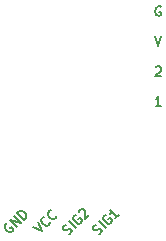
<source format=gto>
G04 #@! TF.GenerationSoftware,KiCad,Pcbnew,(6.0.5)*
G04 #@! TF.CreationDate,2022-09-09T15:45:55+09:00*
G04 #@! TF.ProjectId,UnitBase,556e6974-4261-4736-952e-6b696361645f,rev?*
G04 #@! TF.SameCoordinates,Original*
G04 #@! TF.FileFunction,Legend,Top*
G04 #@! TF.FilePolarity,Positive*
%FSLAX46Y46*%
G04 Gerber Fmt 4.6, Leading zero omitted, Abs format (unit mm)*
G04 Created by KiCad (PCBNEW (6.0.5)) date 2022-09-09 15:45:55*
%MOMM*%
%LPD*%
G01*
G04 APERTURE LIST*
%ADD10C,0.150000*%
G04 APERTURE END LIST*
D10*
X159594523Y-78340000D02*
X159518333Y-78301904D01*
X159404047Y-78301904D01*
X159289761Y-78340000D01*
X159213571Y-78416190D01*
X159175476Y-78492380D01*
X159137380Y-78644761D01*
X159137380Y-78759047D01*
X159175476Y-78911428D01*
X159213571Y-78987619D01*
X159289761Y-79063809D01*
X159404047Y-79101904D01*
X159480238Y-79101904D01*
X159594523Y-79063809D01*
X159632619Y-79025714D01*
X159632619Y-78759047D01*
X159480238Y-78759047D01*
X159118333Y-80841904D02*
X159385000Y-81641904D01*
X159651666Y-80841904D01*
X159156428Y-83458095D02*
X159194523Y-83420000D01*
X159270714Y-83381904D01*
X159461190Y-83381904D01*
X159537380Y-83420000D01*
X159575476Y-83458095D01*
X159613571Y-83534285D01*
X159613571Y-83610476D01*
X159575476Y-83724761D01*
X159118333Y-84181904D01*
X159613571Y-84181904D01*
X159613571Y-86721904D02*
X159156428Y-86721904D01*
X159385000Y-86721904D02*
X159385000Y-85921904D01*
X159308809Y-86036190D01*
X159232619Y-86112380D01*
X159156428Y-86150476D01*
X146606158Y-96668155D02*
X146525346Y-96695093D01*
X146444534Y-96775905D01*
X146390659Y-96883654D01*
X146390659Y-96991404D01*
X146417597Y-97072216D01*
X146498409Y-97206903D01*
X146579221Y-97287715D01*
X146713908Y-97368528D01*
X146794720Y-97395465D01*
X146902470Y-97395465D01*
X147010219Y-97341590D01*
X147064094Y-97287715D01*
X147117969Y-97179966D01*
X147117969Y-97126091D01*
X146929407Y-96937529D01*
X146821658Y-97045279D01*
X147414280Y-96937529D02*
X146848595Y-96371844D01*
X147737529Y-96614280D01*
X147171844Y-96048595D01*
X148006903Y-96344906D02*
X147441218Y-95779221D01*
X147575905Y-95644534D01*
X147683654Y-95590659D01*
X147791404Y-95590659D01*
X147872216Y-95617597D01*
X148006903Y-95698409D01*
X148087715Y-95779221D01*
X148168528Y-95913908D01*
X148195465Y-95994720D01*
X148195465Y-96102470D01*
X148141590Y-96210219D01*
X148006903Y-96344906D01*
X148795972Y-96964467D02*
X149550219Y-97341590D01*
X149173096Y-96587343D01*
X150196717Y-96587343D02*
X150196717Y-96641218D01*
X150142842Y-96748967D01*
X150088967Y-96802842D01*
X149981218Y-96856717D01*
X149873468Y-96856717D01*
X149792656Y-96829780D01*
X149657969Y-96748967D01*
X149577157Y-96668155D01*
X149496345Y-96533468D01*
X149469407Y-96452656D01*
X149469407Y-96344906D01*
X149523282Y-96237157D01*
X149577157Y-96183282D01*
X149684906Y-96129407D01*
X149738781Y-96129407D01*
X150762402Y-96021658D02*
X150762402Y-96075532D01*
X150708528Y-96183282D01*
X150654653Y-96237157D01*
X150546903Y-96291032D01*
X150439154Y-96291032D01*
X150358341Y-96264094D01*
X150223654Y-96183282D01*
X150142842Y-96102470D01*
X150062030Y-95967783D01*
X150035093Y-95886971D01*
X150035093Y-95779221D01*
X150088967Y-95671471D01*
X150142842Y-95617597D01*
X150250592Y-95563722D01*
X150304467Y-95563722D01*
X151780439Y-97597496D02*
X151888189Y-97543621D01*
X152022876Y-97408934D01*
X152049813Y-97328122D01*
X152049813Y-97274247D01*
X152022876Y-97193435D01*
X151969001Y-97139560D01*
X151888189Y-97112622D01*
X151834314Y-97112622D01*
X151753502Y-97139560D01*
X151618815Y-97220372D01*
X151538003Y-97247309D01*
X151484128Y-97247309D01*
X151403316Y-97220372D01*
X151349441Y-97166497D01*
X151322503Y-97085685D01*
X151322503Y-97031810D01*
X151349441Y-96950998D01*
X151484128Y-96816311D01*
X151591877Y-96762436D01*
X152373062Y-97058748D02*
X151807377Y-96493062D01*
X152400000Y-95954314D02*
X152319187Y-95981251D01*
X152238375Y-96062064D01*
X152184500Y-96169813D01*
X152184500Y-96277563D01*
X152211438Y-96358375D01*
X152292250Y-96493062D01*
X152373062Y-96573874D01*
X152507749Y-96654687D01*
X152588561Y-96681624D01*
X152696311Y-96681624D01*
X152804061Y-96627749D01*
X152857935Y-96573874D01*
X152911810Y-96466125D01*
X152911810Y-96412250D01*
X152723248Y-96223688D01*
X152615499Y-96331438D01*
X152669374Y-95738815D02*
X152669374Y-95684940D01*
X152696311Y-95604128D01*
X152830998Y-95469441D01*
X152911810Y-95442503D01*
X152965685Y-95442503D01*
X153046497Y-95469441D01*
X153100372Y-95523316D01*
X153154247Y-95631065D01*
X153154247Y-96277563D01*
X153504433Y-95927377D01*
X154320439Y-97597496D02*
X154428189Y-97543621D01*
X154562876Y-97408934D01*
X154589813Y-97328122D01*
X154589813Y-97274247D01*
X154562876Y-97193435D01*
X154509001Y-97139560D01*
X154428189Y-97112622D01*
X154374314Y-97112622D01*
X154293502Y-97139560D01*
X154158815Y-97220372D01*
X154078003Y-97247309D01*
X154024128Y-97247309D01*
X153943316Y-97220372D01*
X153889441Y-97166497D01*
X153862503Y-97085685D01*
X153862503Y-97031810D01*
X153889441Y-96950998D01*
X154024128Y-96816311D01*
X154131877Y-96762436D01*
X154913062Y-97058748D02*
X154347377Y-96493062D01*
X154940000Y-95954314D02*
X154859187Y-95981251D01*
X154778375Y-96062064D01*
X154724500Y-96169813D01*
X154724500Y-96277563D01*
X154751438Y-96358375D01*
X154832250Y-96493062D01*
X154913062Y-96573874D01*
X155047749Y-96654687D01*
X155128561Y-96681624D01*
X155236311Y-96681624D01*
X155344061Y-96627749D01*
X155397935Y-96573874D01*
X155451810Y-96466125D01*
X155451810Y-96412250D01*
X155263248Y-96223688D01*
X155155499Y-96331438D01*
X156044433Y-95927377D02*
X155721184Y-96250625D01*
X155882809Y-96089001D02*
X155317123Y-95523316D01*
X155344061Y-95658003D01*
X155344061Y-95765752D01*
X155317123Y-95846564D01*
M02*

</source>
